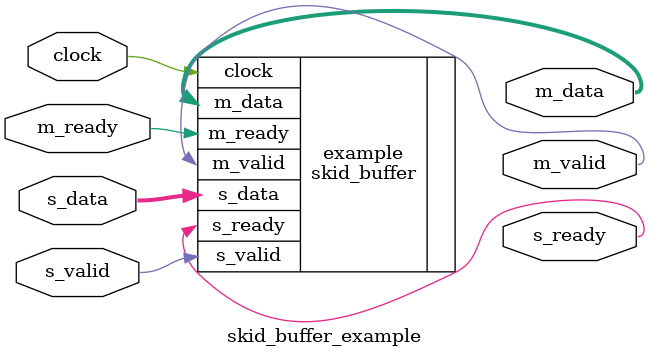
<source format=v>

module skid_buffer_example
#(
    parameter WORD_WIDTH = 36
)
(
    input   wire                        clock,

    input   wire                        s_valid,
    output  wire                        s_ready,
    input   wire    [WORD_WIDTH-1:0]    s_data,

    output  wire                        m_valid,
    input   wire                        m_ready,
    output  wire    [WORD_WIDTH-1:0]    m_data
);

    skid_buffer
    #(
        .WORD_WIDTH (WORD_WIDTH)
    )
    example
    (
        .clock      (clock),

        .s_valid    (s_valid),
        .s_ready    (s_ready),
        .s_data     (s_data),

        .m_valid    (m_valid),
        .m_ready    (m_ready),
        .m_data     (m_data)
    );

endmodule


</source>
